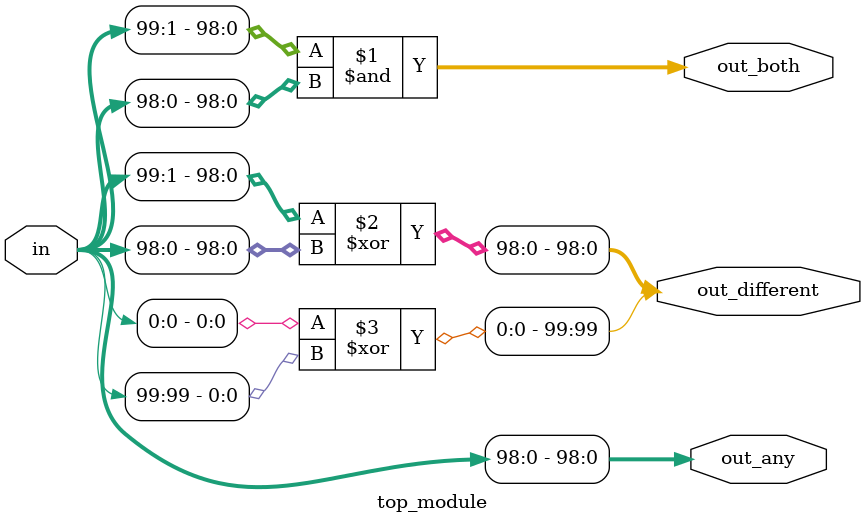
<source format=sv>
module top_module (
    input [99:0] in,
    output [98:0] out_both,
    output [99:1] out_any,
    output [99:0] out_different
);

// Bitwise AND operation
assign out_both = in[99:1] & in[98:0];

// Bitwise OR operation
assign out_any = in;

// Bitwise XOR operation
assign out_different = {in[0] ^ in[99], in[99:1] ^ in[98:0]};

endmodule

</source>
